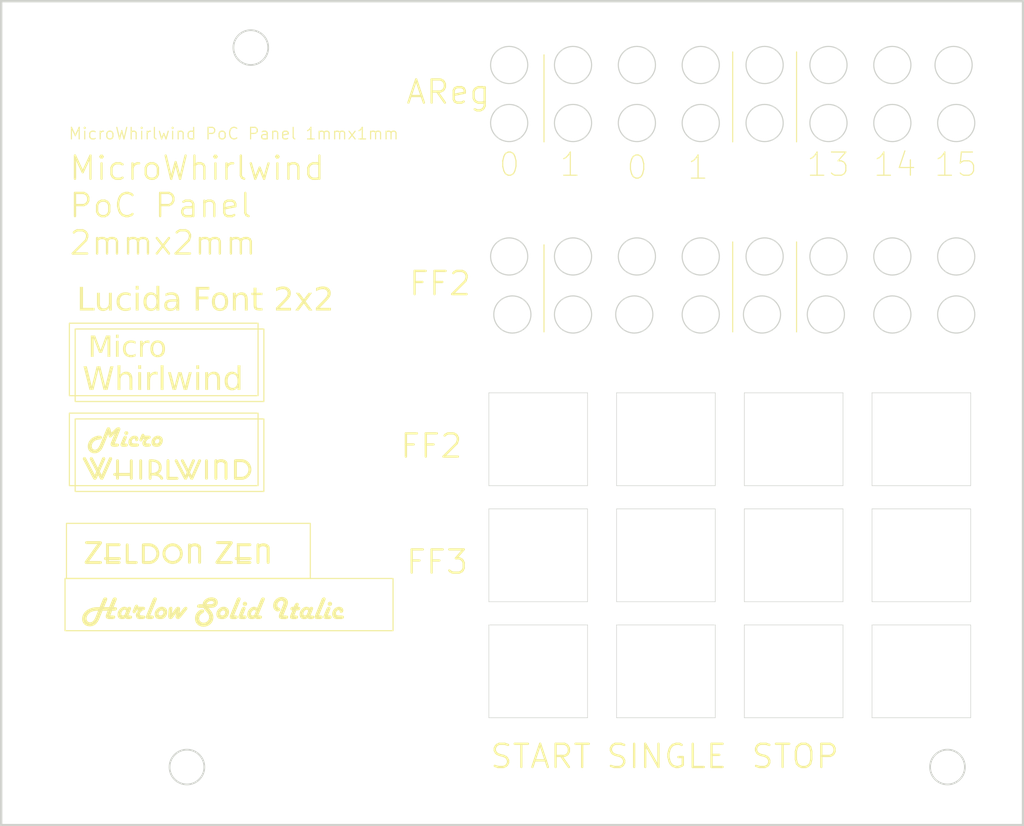
<source format=kicad_pcb>
(kicad_pcb (version 20240108) (generator "pcbnew") (generator_version "8.0")
  (layers (0 "F.Cu" signal) (31 "B.Cu" signal) (34 "B.Paste" user) (35 "F.Paste" user) (36 "B.SilkS" user "B.Silkscreen") (37 "F.SilkS" user "F.Silkscreen") (38 "B.Mask" user) (39 "F.Mask" user) (44 "Edge.Cuts" user))
  (net 0 "")
  (footprint "mWW-Library:SW_PUSH_and_LED_6mm_panel" (layer "F.Cu") (at 124.5 78.5)
    (property "Reference" "SW5" (hide yes))
    (property "Value" "SW_Push_LED")
    (fp_line (start -1 -1.75) (end 7.5 -1.75) (stroke (width 0.05)) (layer "Edge.Cuts"))
    (fp_line (start -1 6.25) (end -1 -1.75) (stroke (width 0.05)) (layer "Edge.Cuts"))
    (fp_line (start 7.5 -1.75) (end 7.5 6.25) (stroke (width 0.05)) (layer "Edge.Cuts"))
    (fp_line (start 7.5 6.25) (end -1 6.25) (stroke (width 0.05)) (layer "Edge.Cuts"))
  )
  (footprint "mWW-Library:LED_D3.0mm_panel_cut" (layer "F.Cu") (at 129.5 43.5)
    (property "Reference" "D12" (hide yes))
    (property "Value" "LED")
    (fp_circle (center 1.25 0) (end 2.85 0) (stroke (width 0.1)) (fill none) (layer "Edge.Cuts"))
  )
  (footprint "mWW-Library:SW_PUSH_and_LED_6mm_panel" (layer "F.Cu") (at 113.5 68.5)
    (property "Reference" "SW1" (hide yes))
    (property "Value" "SW_Push_LED")
    (fp_line (start -1 -1.75) (end 7.5 -1.75) (stroke (width 0.05)) (layer "Edge.Cuts"))
    (fp_line (start -1 6.25) (end -1 -1.75) (stroke (width 0.05)) (layer "Edge.Cuts"))
    (fp_line (start 7.5 -1.75) (end 7.5 6.25) (stroke (width 0.05)) (layer "Edge.Cuts"))
    (fp_line (start 7.5 6.25) (end -1 6.25) (stroke (width 0.05)) (layer "Edge.Cuts"))
  )
  (footprint "mWW-Library:LED_D3.0mm_panel_cut" (layer "F.Cu") (at 123.775 60)
    (property "Reference" "D27" (hide yes))
    (property "Value" "LED")
    (fp_circle (center 1.25 0) (end 2.85 0) (stroke (width 0.1)) (fill none) (layer "Edge.Cuts"))
  )
  (footprint "mWW-Library:SW_PUSH_and_LED_6mm_panel" (layer "F.Cu") (at 146.5 78.5)
    (property "Reference" "SW11" (hide yes))
    (property "Value" "SW_Push_LED")
    (fp_line (start -1 -1.75) (end 7.5 -1.75) (stroke (width 0.05)) (layer "Edge.Cuts"))
    (fp_line (start -1 6.25) (end -1 -1.75) (stroke (width 0.05)) (layer "Edge.Cuts"))
    (fp_line (start 7.5 -1.75) (end 7.5 6.25) (stroke (width 0.05)) (layer "Edge.Cuts"))
    (fp_line (start 7.5 6.25) (end -1 6.25) (stroke (width 0.05)) (layer "Edge.Cuts"))
  )
  (footprint "mWW-Library:LED_D3.0mm_panel_cut" (layer "F.Cu") (at 118.5 60)
    (property "Reference" "D26" (hide yes))
    (property "Value" "LED")
    (fp_circle (center 1.25 0) (end 2.85 0) (stroke (width 0.1)) (fill none) (layer "Edge.Cuts"))
  )
  (footprint "mWW-Library:LED_D3.0mm_panel_cut" (layer "F.Cu") (at 151.5 60)
    (property "Reference" "D32" (hide yes))
    (property "Value" "LED")
    (fp_circle (center 1.25 0) (end 2.85 0) (stroke (width 0.1)) (fill none) (layer "Edge.Cuts"))
  )
  (footprint "mWW-Library:LED_D3.0mm_panel_cut" (layer "F.Cu") (at 129.5 55)
    (property "Reference" "D20" (hide yes))
    (property "Value" "LED")
    (fp_circle (center 1.25 0) (end 2.85 0) (stroke (width 0.1)) (fill none) (layer "Edge.Cuts"))
  )
  (footprint "mWW-Library:LED_D3.0mm_panel_cut" (layer "F.Cu") (at 135 38.5)
    (property "Reference" "D5" (hide yes))
    (property "Value" "LED")
    (fp_circle (center 1.25 0) (end 2.85 0) (stroke (width 0.1)) (fill none) (layer "Edge.Cuts"))
  )
  (footprint "mWW-Library:LED_D3.0mm_panel_cut" (layer "F.Cu") (at 124 38.5)
    (property "Reference" "D3" (hide yes))
    (property "Value" "LED")
    (fp_circle (center 1.25 0) (end 2.85 0) (stroke (width 0.1)) (fill none) (layer "Edge.Cuts"))
  )
  (footprint "mWW-Library:SW_PUSH_and_LED_6mm_panel" (layer "F.Cu") (at 124.5 68.5)
    (property "Reference" "SW4" (hide yes))
    (property "Value" "SW_Push_LED")
    (fp_line (start -1 -1.75) (end 7.5 -1.75) (stroke (width 0.05)) (layer "Edge.Cuts"))
    (fp_line (start -1 6.25) (end -1 -1.75) (stroke (width 0.05)) (layer "Edge.Cuts"))
    (fp_line (start 7.5 -1.75) (end 7.5 6.25) (stroke (width 0.05)) (layer "Edge.Cuts"))
    (fp_line (start 7.5 6.25) (end -1 6.25) (stroke (width 0.05)) (layer "Edge.Cuts"))
  )
  (footprint "mWW-Library:LED_D3.0mm_panel_cut" (layer "F.Cu") (at 140.5 38.5)
    (property "Reference" "D6" (hide yes))
    (property "Value" "LED")
    (fp_circle (center 1.25 0) (end 2.85 0) (stroke (width 0.1)) (fill none) (layer "Edge.Cuts"))
  )
  (footprint "mWW-Library:LED_D3.0mm_panel_cut" (layer "F.Cu") (at 151.5 43.5)
    (property "Reference" "D16" (hide yes))
    (property "Value" "LED")
    (fp_circle (center 1.25 0) (end 2.85 0) (stroke (width 0.1)) (fill none) (layer "Edge.Cuts"))
  )
  (footprint "mWW-Library:MountingHole_2.5mm_panel_cut" (layer "F.Cu") (at 152 99)
    (property "Reference" "H3" (hide yes))
    (property "Value" "MountingHole")
    (fp_circle (center 0 0) (end 1.5 0) (stroke (width 0.15)) (fill none) (layer "Edge.Cuts"))
  )
  (footprint "mWW-Library:LED_D3.0mm_panel_cut" (layer "F.Cu") (at 129.5 38.5)
    (property "Reference" "D4" (hide yes))
    (property "Value" "LED")
    (fp_circle (center 1.25 0) (end 2.85 0) (stroke (width 0.1)) (fill none) (layer "Edge.Cuts"))
  )
  (footprint "mWW-Library:LED_D3.0mm_panel_cut" (layer "F.Cu") (at 134.775 60)
    (property "Reference" "D29" (hide yes))
    (property "Value" "LED")
    (fp_circle (center 1.25 0) (end 2.85 0) (stroke (width 0.1)) (fill none) (layer "Edge.Cuts"))
  )
  (footprint "mWW-Library:LED_D3.0mm_panel_cut" (layer "F.Cu") (at 146 38.5)
    (property "Reference" "D7" (hide yes))
    (property "Value" "LED")
    (fp_circle (center 1.25 0) (end 2.85 0) (stroke (width 0.1)) (fill none) (layer "Edge.Cuts"))
  )
  (footprint "mWW-Library:Logo" (layer "F.Cu") (at 84.75 64)
    (property "Reference" "REF**" (hide yes))
    (property "Value" "Logo")
    (fp_rect (start -8.375 -3.25) (end 7.875 3) (stroke (width 0.1)) (fill none) (layer "F.SilkS"))
    (fp_rect (start -7.875 -2.75) (end 8.375 3.5) (stroke (width 0.1)) (fill none) (layer "F.SilkS"))
    (fp_text_box "Micro" (start -8.125 -3.5) (end 2.125 1) (layer "F.SilkS") (effects (font (size 1.8 1.8) (thickness 0.1)) (justify left top)) (border no))
    (fp_text_box "Whirlwind" (start -8.75 -1) (end 12.25 3.75) (layer "F.SilkS") (effects (font (size 2 2) (thickness 0.1)) (justify left top)) (border no) (stroke (width 0.1)))
  )
  (footprint "mWW-Library:LED_D3.0mm_panel_cut" (layer "F.Cu") (at 140.275 60)
    (property "Reference" "D30" (hide yes))
    (property "Value" "LED")
    (fp_circle (center 1.25 0) (end 2.85 0) (stroke (width 0.1)) (fill none) (layer "Edge.Cuts"))
  )
  (footprint "mWW-Library:LED_D3.0mm_panel_cut" (layer "F.Cu") (at 124 43.5)
    (property "Reference" "D11" (hide yes))
    (property "Value" "LED")
    (fp_circle (center 1.25 0) (end 2.85 0) (stroke (width 0.1)) (fill none) (layer "Edge.Cuts"))
  )
  (footprint "mWW-Library:SW_PUSH_and_LED_6mm_panel" (layer "F.Cu") (at 135.5 78.5)
    (property "Reference" "SW8" (hide yes))
    (property "Value" "SW_Push_LED")
    (fp_line (start -1 -1.75) (end 7.5 -1.75) (stroke (width 0.05)) (layer "Edge.Cuts"))
    (fp_line (start -1 6.25) (end -1 -1.75) (stroke (width 0.05)) (layer "Edge.Cuts"))
    (fp_line (start 7.5 -1.75) (end 7.5 6.25) (stroke (width 0.05)) (layer "Edge.Cuts"))
    (fp_line (start 7.5 6.25) (end -1 6.25) (stroke (width 0.05)) (layer "Edge.Cuts"))
  )
  (footprint "mWW-Library:LED_D3.0mm_panel_cut" (layer "F.Cu") (at 146 43.5)
    (property "Reference" "D15" (hide yes))
    (property "Value" "LED")
    (fp_circle (center 1.25 0) (end 2.85 0) (stroke (width 0.1)) (fill none) (layer "Edge.Cuts"))
  )
  (footprint "mWW-Library:SW_PUSH_and_LED_6mm_panel" (layer "F.Cu") (at 135.5 88.5)
    (property "Reference" "SW9" (hide yes))
    (property "Value" "SW_Push_LED")
    (fp_line (start -1 -1.75) (end 7.5 -1.75) (stroke (width 0.05)) (layer "Edge.Cuts"))
    (fp_line (start -1 6.25) (end -1 -1.75) (stroke (width 0.05)) (layer "Edge.Cuts"))
    (fp_line (start 7.5 -1.75) (end 7.5 6.25) (stroke (width 0.05)) (layer "Edge.Cuts"))
    (fp_line (start 7.5 6.25) (end -1 6.25) (stroke (width 0.05)) (layer "Edge.Cuts"))
  )
  (footprint "mWW-Library:LED_D3.0mm_panel_cut" (layer "F.Cu") (at 129.5 60)
    (property "Reference" "D28" (hide yes))
    (property "Value" "LED")
    (fp_circle (center 1.25 0) (end 2.85 0) (stroke (width 0.1)) (fill none) (layer "Edge.Cuts"))
  )
  (footprint "mWW-Library:LED_D3.0mm_panel_cut" (layer "F.Cu") (at 146 55)
    (property "Reference" "D23" (hide yes))
    (property "Value" "LED")
    (fp_circle (center 1.25 0) (end 2.85 0) (stroke (width 0.1)) (fill none) (layer "Edge.Cuts"))
  )
  (footprint "mWW-Library:LED_D3.0mm_panel_cut" (layer "F.Cu") (at 113 43.5)
    (property "Reference" "D9" (hide yes))
    (property "Value" "LED")
    (fp_circle (center 1.25 0) (end 2.85 0) (stroke (width 0.1)) (fill none) (layer "Edge.Cuts"))
  )
  (footprint "mWW-Library:LED_D3.0mm_panel_cut" (layer "F.Cu") (at 151.5 55)
    (property "Reference" "D24" (hide yes))
    (property "Value" "LED")
    (fp_circle (center 1.25 0) (end 2.85 0) (stroke (width 0.1)) (fill none) (layer "Edge.Cuts"))
  )
  (footprint "mWW-Library:LED_D3.0mm_panel_cut" (layer "F.Cu") (at 124 55)
    (property "Reference" "D19" (hide yes))
    (property "Value" "LED")
    (fp_circle (center 1.25 0) (end 2.85 0) (stroke (width 0.1)) (fill none) (layer "Edge.Cuts"))
  )
  (footprint "mWW-Library:LED_D3.0mm_panel_cut" (layer "F.Cu") (at 146 60)
    (property "Reference" "D31" (hide yes))
    (property "Value" "LED")
    (fp_circle (center 1.25 0) (end 2.85 0) (stroke (width 0.1)) (fill none) (layer "Edge.Cuts"))
  )
  (footprint "mWW-Library:SW_PUSH_and_LED_6mm_panel" (layer "F.Cu") (at 124.5 88.5)
    (property "Reference" "SW6" (hide yes))
    (property "Value" "SW_Push_LED")
    (fp_line (start -1 -1.75) (end 7.5 -1.75) (stroke (width 0.05)) (layer "Edge.Cuts"))
    (fp_line (start -1 6.25) (end -1 -1.75) (stroke (width 0.05)) (layer "Edge.Cuts"))
    (fp_line (start 7.5 -1.75) (end 7.5 6.25) (stroke (width 0.05)) (layer "Edge.Cuts"))
    (fp_line (start 7.5 6.25) (end -1 6.25) (stroke (width 0.05)) (layer "Edge.Cuts"))
  )
  (footprint "mWW-Library:SW_PUSH_and_LED_6mm_panel" (layer "F.Cu") (at 113.5 88.5)
    (property "Reference" "SW3" (hide yes))
    (property "Value" "SW_Push_LED")
    (fp_line (start -1 -1.75) (end 7.5 -1.75) (stroke (width 0.05)) (layer "Edge.Cuts"))
    (fp_line (start -1 6.25) (end -1 -1.75) (stroke (width 0.05)) (layer "Edge.Cuts"))
    (fp_line (start 7.5 -1.75) (end 7.5 6.25) (stroke (width 0.05)) (layer "Edge.Cuts"))
    (fp_line (start 7.5 6.25) (end -1 6.25) (stroke (width 0.05)) (layer "Edge.Cuts"))
  )
  (footprint "mWW-Library:LED_D3.0mm_panel_cut" (layer "F.Cu") (at 113.275 60)
    (property "Reference" "D25" (hide yes))
    (property "Value" "LED")
    (fp_circle (center 1.25 0) (end 2.85 0) (stroke (width 0.1)) (fill none) (layer "Edge.Cuts"))
  )
  (footprint "mWW-Library:LED_D3.0mm_panel_cut" (layer "F.Cu") (at 151.275 38.5)
    (property "Reference" "D8" (hide yes))
    (property "Value" "LED")
    (fp_circle (center 1.25 0) (end 2.85 0) (stroke (width 0.1)) (fill none) (layer "Edge.Cuts"))
  )
  (footprint "mWW-Library:LED_D3.0mm_panel_cut" (layer "F.Cu") (at 140.5 43.5)
    (property "Reference" "D14" (hide yes))
    (property "Value" "LED")
    (fp_circle (center 1.25 0) (end 2.85 0) (stroke (width 0.1)) (fill none) (layer "Edge.Cuts"))
  )
  (footprint "mWW-Library:MountingHole_2.5mm_panel_cut" (layer "F.Cu") (at 86.5 99)
    (property "Reference" "H2" (hide yes))
    (property "Value" "MountingHole")
    (fp_circle (center 0 0) (end 1.5 0) (stroke (width 0.15)) (fill none) (layer "Edge.Cuts"))
  )
  (footprint "mWW-Library:LED_D3.0mm_panel_cut" (layer "F.Cu") (at 113 38.5)
    (property "Reference" "D1" (hide yes))
    (property "Value" "LED")
    (fp_circle (center 1.25 0) (end 2.85 0) (stroke (width 0.1)) (fill none) (layer "Edge.Cuts"))
  )
  (footprint "mWW-Library:SW_PUSH_and_LED_6mm_panel" (layer "F.Cu") (at 146.5 88.5)
    (property "Reference" "SW12" (hide yes))
    (property "Value" "SW_Push_LED")
    (fp_line (start -1 -1.75) (end 7.5 -1.75) (stroke (width 0.05)) (layer "Edge.Cuts"))
    (fp_line (start -1 6.25) (end -1 -1.75) (stroke (width 0.05)) (layer "Edge.Cuts"))
    (fp_line (start 7.5 -1.75) (end 7.5 6.25) (stroke (width 0.05)) (layer "Edge.Cuts"))
    (fp_line (start 7.5 6.25) (end -1 6.25) (stroke (width 0.05)) (layer "Edge.Cuts"))
  )
  (footprint "mWW-Library:MountingHole_2.5mm_panel_cut" (layer "F.Cu") (at 92 37)
    (property "Reference" "H1" (hide yes))
    (property "Value" "MountingHole")
    (fp_circle (center 0 0) (end 1.5 0) (stroke (width 0.15)) (fill none) (layer "Edge.Cuts"))
  )
  (footprint "mWW-Library:SW_PUSH_and_LED_6mm_panel" (layer "F.Cu") (at 135.5 68.5)
    (property "Reference" "SW7" (hide yes))
    (property "Value" "SW_Push_LED")
    (fp_line (start -1 -1.75) (end 7.5 -1.75) (stroke (width 0.05)) (layer "Edge.Cuts"))
    (fp_line (start -1 6.25) (end -1 -1.75) (stroke (width 0.05)) (layer "Edge.Cuts"))
    (fp_line (start 7.5 -1.75) (end 7.5 6.25) (stroke (width 0.05)) (layer "Edge.Cuts"))
    (fp_line (start 7.5 6.25) (end -1 6.25) (stroke (width 0.05)) (layer "Edge.Cuts"))
  )
  (footprint "mWW-Library:LED_D3.0mm_panel_cut" (layer "F.Cu") (at 118.5 43.5)
    (property "Reference" "D10" (hide yes))
    (property "Value" "LED")
    (fp_circle (center 1.25 0) (end 2.85 0) (stroke (width 0.1)) (fill none) (layer "Edge.Cuts"))
  )
  (footprint "mWW-Library:LED_D3.0mm_panel_cut" (layer "F.Cu") (at 135 55)
    (property "Reference" "D21" (hide yes))
    (property "Value" "LED")
    (fp_circle (center 1.25 0) (end 2.85 0) (stroke (width 0.1)) (fill none) (layer "Edge.Cuts"))
  )
  (footprint "mWW-Library:LED_D3.0mm_panel_cut" (layer "F.Cu") (at 135 43.5)
    (property "Reference" "D13" (hide yes))
    (property "Value" "LED")
    (fp_circle (center 1.25 0) (end 2.85 0) (stroke (width 0.1)) (fill none) (layer "Edge.Cuts"))
  )
  (footprint "mWW-Library:LED_D3.0mm_panel_cut" (layer "F.Cu") (at 113 55)
    (property "Reference" "D17" (hide yes))
    (property "Value" "LED")
    (fp_circle (center 1.25 0) (end 2.85 0) (stroke (width 0.1)) (fill none) (layer "Edge.Cuts"))
  )
  (footprint "mWW-Library:LED_D3.0mm_panel_cut" (layer "F.Cu") (at 118.5 38.5)
    (property "Reference" "D2" (hide yes))
    (property "Value" "LED")
    (fp_circle (center 1.25 0) (end 2.85 0) (stroke (width 0.1)) (fill none) (layer "Edge.Cuts"))
  )
  (footprint "mWW-Library:LED_D3.0mm_panel_cut" (layer "F.Cu") (at 118.5 55)
    (property "Reference" "D18" (hide yes))
    (property "Value" "LED")
    (fp_circle (center 1.25 0) (end 2.85 0) (stroke (width 0.1)) (fill none) (layer "Edge.Cuts"))
  )
  (footprint "mWW-Library:SW_PUSH_and_LED_6mm_panel" (layer "F.Cu") (at 113.5 78.5)
    (property "Reference" "SW2" (hide yes))
    (property "Value" "SW_Push_LED")
    (fp_line (start -1 -1.75) (end 7.5 -1.75) (stroke (width 0.05)) (layer "Edge.Cuts"))
    (fp_line (start -1 6.25) (end -1 -1.75) (stroke (width 0.05)) (layer "Edge.Cuts"))
    (fp_line (start 7.5 -1.75) (end 7.5 6.25) (stroke (width 0.05)) (layer "Edge.Cuts"))
    (fp_line (start 7.5 6.25) (end -1 6.25) (stroke (width 0.05)) (layer "Edge.Cuts"))
  )
  (footprint "mWW-Library:LED_D3.0mm_panel_cut" (layer "F.Cu") (at 140.5 55)
    (property "Reference" "D22" (hide yes))
    (property "Value" "LED")
    (fp_circle (center 1.25 0) (end 2.85 0) (stroke (width 0.1)) (fill none) (layer "Edge.Cuts"))
  )
  (footprint "mWW-Library:SW_PUSH_and_LED_6mm_panel" (layer "F.Cu") (at 146.5 68.5)
    (property "Reference" "SW10" (hide yes))
    (property "Value" "SW_Push_LED")
    (fp_line (start -1 -1.75) (end 7.5 -1.75) (stroke (width 0.05)) (layer "Edge.Cuts"))
    (fp_line (start -1 6.25) (end -1 -1.75) (stroke (width 0.05)) (layer "Edge.Cuts"))
    (fp_line (start 7.5 -1.75) (end 7.5 6.25) (stroke (width 0.05)) (layer "Edge.Cuts"))
    (fp_line (start 7.5 6.25) (end -1 6.25) (stroke (width 0.05)) (layer "Edge.Cuts"))
  )
  (gr_rect (start 76.875 69) (end 93.125 75.25) (stroke (width 0.1)) (fill none) (layer "F.SilkS"))
  (gr_line (start 117.25 54) (end 117.25 61.5) (stroke (width 0.1)) (layer "F.SilkS"))
  (gr_line (start 139 53.75) (end 139 61.5) (stroke (width 0.1)) (layer "F.SilkS"))
  (gr_line (start 133.5 37.375) (end 133.5 45.125) (stroke (width 0.1)) (layer "F.SilkS"))
  (gr_rect (start 76.375 68.5) (end 92.625 74.75) (stroke (width 0.1)) (fill none) (layer "F.SilkS"))
  (gr_line (start 117.25 37.625) (end 117.25 45.125) (stroke (width 0.1)) (layer "F.SilkS"))
  (gr_line (start 139 37.375) (end 139 45.125) (stroke (width 0.1)) (layer "F.SilkS"))
  (gr_line (start 133.5 53.75) (end 133.5 61.5) (stroke (width 0.1)) (layer "F.SilkS"))
  (gr_rect (start 70.5 33) (end 158.5 104) (stroke (width 0.2)) (fill none) (layer "Edge.Cuts"))
  (gr_text "15" (at 150.75 48.25 0) (layer "F.SilkS") (effects (font (size 2 2) (thickness 0.1)) (justify left bottom)))
  (gr_text "Lucida Font 2x2" (at 77 60 0) (layer "F.SilkS") (effects (font (size 2 2) (thickness 0.1)) (justify left bottom)))
  (gr_text "1" (at 129.5 48.5 0) (layer "F.SilkS") (effects (font (size 2 2) (thickness 0.1)) (justify left bottom)))
  (gr_text "MicroWhirlwind PoC Panel 1mmx1mm" (at 76.25 45 0) (layer "F.SilkS") (effects (font (size 1 1) (thickness 0.1)) (justify left bottom)))
  (gr_text "START" (at 112.5 99.25 0) (layer "F.SilkS") (effects (font (size 2 2) (thickness 0.2)) (justify left bottom)))
  (gr_text "13" (at 139.75 48.25 0) (layer "F.SilkS") (effects (font (size 2 2) (thickness 0.1)) (justify left bottom)))
  (gr_text "STOP" (at 135 99.25 0) (layer "F.SilkS") (effects (font (size 2 2) (thickness 0.2)) (justify left bottom)))
  (gr_text "FF2" (at 104.75 72.5 0) (layer "F.SilkS") (effects (font (size 2 2) (thickness 0.2)) (justify left bottom)))
  (gr_text "MicroWhirlwind\nPoC Panel\n2mmx2mm" (at 76.25 55 0) (layer "F.SilkS") (effects (font (size 2 2) (thickness 0.2)) (justify left bottom)))
  (gr_text "FF3" (at 105.25 82.5 0) (layer "F.SilkS") (effects (font (size 2 2) (thickness 0.2)) (justify left bottom)))
  (gr_text "14" (at 145.5 48.25 0) (layer "F.SilkS") (effects (font (size 2 2) (thickness 0.1)) (justify left bottom)))
  (gr_text "AReg" (at 105.25 42 0) (layer "F.SilkS") (effects (font (size 2 2) (thickness 0.2)) (justify left bottom)))
  (gr_text "0" (at 124.25 48.5 0) (layer "F.SilkS") (effects (font (size 2 2) (thickness 0.1)) (justify left bottom)))
  (gr_text "0" (at 113.25 48.25 0) (layer "F.SilkS") (effects (font (size 2 2) (thickness 0.1)) (justify left bottom)))
  (gr_text "FF2" (at 105.5 58.5 0) (layer "F.SilkS") (effects (font (size 2 2) (thickness 0.2)) (justify left bottom)))
  (gr_text "1" (at 118.5 48.25 0) (layer "F.SilkS") (effects (font (size 2 2) (thickness 0.1)) (justify left bottom)))
  (gr_text "SINGLE" (at 122.5 99.25 0) (layer "F.SilkS") (effects (font (size 2 2) (thickness 0.2)) (justify left bottom)))
  (gr_text_box "Whirlwind" (start 76 70.75) (end 97 75.5) (layer "F.SilkS") (effects (font (size 2 2) (thickness 0.1)) (justify left top)) (border no) (stroke (width 0.1)))
  (gr_text_box "Harlow Solid Italic" (start 76 82.75) (end 104.25 87.25) (layer "F.SilkS") (effects (font (size 2 2) (thickness 0.1)) (justify left top)) (border yes) (stroke (width 0.1)))
  (gr_text_box "Micro" (start 76.625 68.25) (end 86.875 72.75) (layer "F.SilkS") (effects (font (size 1.8 1.8) (thickness 0.1)) (justify left top)) (border no))
  (gr_text_box "Zeldon Zen" (start 76.125 78) (end 97.125 82.75) (layer "F.SilkS") (effects (font (size 2 2) (thickness 0.1)) (justify left top)) (border yes) (stroke (width 0.1)))
)
</source>
